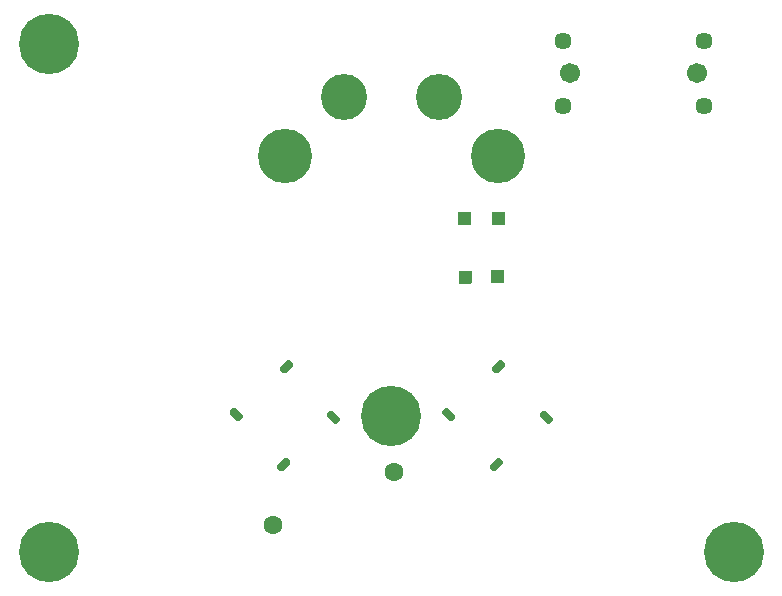
<source format=gbr>
G04 #@! TF.GenerationSoftware,KiCad,Pcbnew,(5.1.9-0-10_14)*
G04 #@! TF.CreationDate,2021-05-06T17:38:12-07:00*
G04 #@! TF.ProjectId,Luminometer_ADC,4c756d69-6e6f-46d6-9574-65725f414443,rev?*
G04 #@! TF.SameCoordinates,Original*
G04 #@! TF.FileFunction,Soldermask,Bot*
G04 #@! TF.FilePolarity,Negative*
%FSLAX46Y46*%
G04 Gerber Fmt 4.6, Leading zero omitted, Abs format (unit mm)*
G04 Created by KiCad (PCBNEW (5.1.9-0-10_14)) date 2021-05-06 17:38:12*
%MOMM*%
%LPD*%
G01*
G04 APERTURE LIST*
%ADD10C,1.701600*%
%ADD11C,1.451600*%
%ADD12C,5.101600*%
%ADD13C,4.601600*%
%ADD14C,3.901600*%
%ADD15C,1.601600*%
G04 APERTURE END LIST*
D10*
X173385000Y-86000000D03*
X162615000Y-86000000D03*
D11*
X162065000Y-88750000D03*
X173935000Y-88750000D03*
X173935000Y-83250000D03*
X162065000Y-83250000D03*
G36*
G01*
X138057209Y-110916175D02*
X138658816Y-110314568D01*
G75*
G02*
X138906870Y-110314568I124027J-124027D01*
G01*
X139154923Y-110562621D01*
G75*
G02*
X139154923Y-110810675I-124027J-124027D01*
G01*
X138553316Y-111412282D01*
G75*
G02*
X138305262Y-111412282I-124027J124027D01*
G01*
X138057209Y-111164229D01*
G75*
G02*
X138057209Y-110916175I124027J124027D01*
G01*
G37*
G36*
G01*
X142583825Y-114557209D02*
X143185432Y-115158816D01*
G75*
G02*
X143185432Y-115406870I-124027J-124027D01*
G01*
X142937379Y-115654923D01*
G75*
G02*
X142689325Y-115654923I-124027J124027D01*
G01*
X142087718Y-115053316D01*
G75*
G02*
X142087718Y-114805262I124027J124027D01*
G01*
X142335771Y-114557209D01*
G75*
G02*
X142583825Y-114557209I124027J-124027D01*
G01*
G37*
G36*
G01*
X137845077Y-119189325D02*
X138446684Y-118587718D01*
G75*
G02*
X138694738Y-118587718I124027J-124027D01*
G01*
X138942791Y-118835771D01*
G75*
G02*
X138942791Y-119083825I-124027J-124027D01*
G01*
X138341184Y-119685432D01*
G75*
G02*
X138093130Y-119685432I-124027J124027D01*
G01*
X137845077Y-119437379D01*
G75*
G02*
X137845077Y-119189325I124027J124027D01*
G01*
G37*
G36*
G01*
X134310675Y-114345077D02*
X134912282Y-114946684D01*
G75*
G02*
X134912282Y-115194738I-124027J-124027D01*
G01*
X134664229Y-115442791D01*
G75*
G02*
X134416175Y-115442791I-124027J124027D01*
G01*
X133814568Y-114841184D01*
G75*
G02*
X133814568Y-114593130I124027J124027D01*
G01*
X134062621Y-114345077D01*
G75*
G02*
X134310675Y-114345077I124027J-124027D01*
G01*
G37*
G36*
G01*
X156057209Y-110916175D02*
X156658816Y-110314568D01*
G75*
G02*
X156906870Y-110314568I124027J-124027D01*
G01*
X157154923Y-110562621D01*
G75*
G02*
X157154923Y-110810675I-124027J-124027D01*
G01*
X156553316Y-111412282D01*
G75*
G02*
X156305262Y-111412282I-124027J124027D01*
G01*
X156057209Y-111164229D01*
G75*
G02*
X156057209Y-110916175I124027J124027D01*
G01*
G37*
G36*
G01*
X160583825Y-114557209D02*
X161185432Y-115158816D01*
G75*
G02*
X161185432Y-115406870I-124027J-124027D01*
G01*
X160937379Y-115654923D01*
G75*
G02*
X160689325Y-115654923I-124027J124027D01*
G01*
X160087718Y-115053316D01*
G75*
G02*
X160087718Y-114805262I124027J124027D01*
G01*
X160335771Y-114557209D01*
G75*
G02*
X160583825Y-114557209I124027J-124027D01*
G01*
G37*
G36*
G01*
X155845077Y-119189325D02*
X156446684Y-118587718D01*
G75*
G02*
X156694738Y-118587718I124027J-124027D01*
G01*
X156942791Y-118835771D01*
G75*
G02*
X156942791Y-119083825I-124027J-124027D01*
G01*
X156341184Y-119685432D01*
G75*
G02*
X156093130Y-119685432I-124027J124027D01*
G01*
X155845077Y-119437379D01*
G75*
G02*
X155845077Y-119189325I124027J124027D01*
G01*
G37*
G36*
G01*
X152310675Y-114345077D02*
X152912282Y-114946684D01*
G75*
G02*
X152912282Y-115194738I-124027J-124027D01*
G01*
X152664229Y-115442791D01*
G75*
G02*
X152416175Y-115442791I-124027J124027D01*
G01*
X151814568Y-114841184D01*
G75*
G02*
X151814568Y-114593130I124027J124027D01*
G01*
X152062621Y-114345077D01*
G75*
G02*
X152310675Y-114345077I124027J-124027D01*
G01*
G37*
D12*
X147500000Y-115000000D03*
X176500000Y-126500000D03*
D13*
X138500000Y-93000000D03*
D14*
X151500000Y-88000000D03*
D12*
X118500000Y-126500000D03*
D13*
X156500000Y-93000000D03*
D14*
X143500000Y-88000000D03*
D12*
X118500000Y-83500000D03*
G36*
G01*
X155949200Y-103700000D02*
X155949200Y-102700000D01*
G75*
G02*
X156000000Y-102649200I50800J0D01*
G01*
X157000000Y-102649200D01*
G75*
G02*
X157050800Y-102700000I0J-50800D01*
G01*
X157050800Y-103700000D01*
G75*
G02*
X157000000Y-103750800I-50800J0D01*
G01*
X156000000Y-103750800D01*
G75*
G02*
X155949200Y-103700000I0J50800D01*
G01*
G37*
G36*
G01*
X153149200Y-98800000D02*
X153149200Y-97800000D01*
G75*
G02*
X153200000Y-97749200I50800J0D01*
G01*
X154200000Y-97749200D01*
G75*
G02*
X154250800Y-97800000I0J-50800D01*
G01*
X154250800Y-98800000D01*
G75*
G02*
X154200000Y-98850800I-50800J0D01*
G01*
X153200000Y-98850800D01*
G75*
G02*
X153149200Y-98800000I0J50800D01*
G01*
G37*
G36*
G01*
X156049200Y-98800000D02*
X156049200Y-97800000D01*
G75*
G02*
X156100000Y-97749200I50800J0D01*
G01*
X157100000Y-97749200D01*
G75*
G02*
X157150800Y-97800000I0J-50800D01*
G01*
X157150800Y-98800000D01*
G75*
G02*
X157100000Y-98850800I-50800J0D01*
G01*
X156100000Y-98850800D01*
G75*
G02*
X156049200Y-98800000I0J50800D01*
G01*
G37*
G36*
G01*
X153199200Y-103750000D02*
X153199200Y-102750000D01*
G75*
G02*
X153250000Y-102699200I50800J0D01*
G01*
X154250000Y-102699200D01*
G75*
G02*
X154300800Y-102750000I0J-50800D01*
G01*
X154300800Y-103750000D01*
G75*
G02*
X154250000Y-103800800I-50800J0D01*
G01*
X153250000Y-103800800D01*
G75*
G02*
X153199200Y-103750000I0J50800D01*
G01*
G37*
D15*
X137500000Y-124250000D03*
X147750000Y-119737000D03*
M02*

</source>
